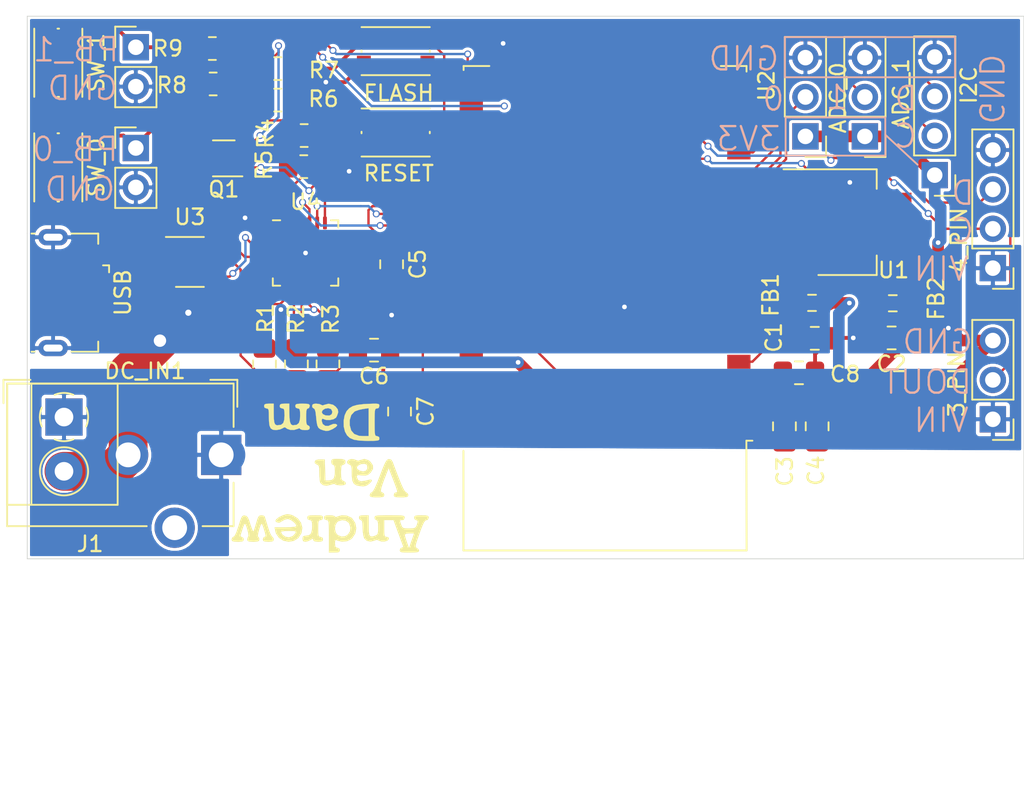
<source format=kicad_pcb>
(kicad_pcb (version 20171130) (host pcbnew "(5.1.8)-1")
  (layers (0 F.Cu signal) (31 B.Cu signal) (34 B.Paste user) (35 F.Paste user) (36 B.SilkS user) (37 F.SilkS user) (38 B.Mask user) (39 F.Mask user) (44 Edge.Cuts user))
  (net 0 "")
  (net 1 GND)
  (net 2 WS281x)
  (net 3 VCC)
  (net 4 DATA)
  (net 5 CLK)
  (net 6 I2C_DATA)
  (net 7 I2C_CLK)
  (net 8 ADC0)
  (net 9 +3V3)
  (net 10 ADC1)
  (net 11 "Net-(C1-Pad1)")
  (net 12 "Net-(C5-Pad1)")
  (net 13 /ESP32_USB_auto_reset/CHIP_PU)
  (net 14 /ESP32_USB_auto_reset/GPIO0)
  (net 15 "Net-(FB2-Pad2)")
  (net 16 "Net-(J1-Pad3)")
  (net 17 "Net-(J2-Pad3)")
  (net 18 "Net-(J2-Pad4)")
  (net 19 +5V)
  (net 20 "Net-(J2-Pad2)")
  (net 21 "Net-(J3-Pad1)")
  (net 22 "Net-(J4-Pad1)")
  (net 23 "Net-(Q1-Pad6)")
  (net 24 /ESP32_USB_auto_reset/DTR)
  (net 25 "Net-(Q1-Pad2)")
  (net 26 "Net-(Q1-Pad5)")
  (net 27 "Net-(Q1-Pad3)")
  (net 28 /ESP32_USB_auto_reset/RTS)
  (net 29 "Net-(R1-Pad1)")
  (net 30 "Net-(R3-Pad1)")
  (net 31 "Net-(R8-Pad2)")
  (net 32 "Net-(R9-Pad2)")
  (net 33 "Net-(U2-Pad15)")
  (net 34 "Net-(U2-Pad16)")
  (net 35 "Net-(U2-Pad17)")
  (net 36 "Net-(U2-Pad18)")
  (net 37 "Net-(U2-Pad19)")
  (net 38 "Net-(U2-Pad20)")
  (net 39 "Net-(U2-Pad22)")
  (net 40 "Net-(U2-Pad23)")
  (net 41 "Net-(U2-Pad24)")
  (net 42 "Net-(U2-Pad6)")
  (net 43 "Net-(U2-Pad7)")
  (net 44 "Net-(U2-Pad8)")
  (net 45 "Net-(U2-Pad9)")
  (net 46 "Net-(U2-Pad10)")
  (net 47 "Net-(U2-Pad11)")
  (net 48 "Net-(U2-Pad14)")
  (net 49 ESP32_RX)
  (net 50 ESP32_TX)
  (net 51 "Net-(U2-Pad36)")
  (net 52 "Net-(U2-Pad35)")
  (net 53 "Net-(U2-Pad34)")
  (net 54 "Net-(U2-Pad33)")
  (net 55 "Net-(U2-Pad32)")
  (net 56 "Net-(U2-Pad31)")
  (net 57 "Net-(U2-Pad25)")
  (net 58 "Net-(U2-Pad39)")
  (net 59 "Net-(U2-Pad40)")
  (net 60 "Net-(U3-Pad6)")
  (net 61 "Net-(U3-Pad4)")
  (net 62 "Net-(U4-Pad24)")
  (net 63 "Net-(U4-Pad22)")
  (net 64 "Net-(U4-Pad18)")
  (net 65 "Net-(U4-Pad17)")
  (net 66 "Net-(U4-Pad15)")
  (net 67 "Net-(U4-Pad14)")
  (net 68 "Net-(U4-Pad13)")
  (net 69 "Net-(U4-Pad12)")
  (net 70 "Net-(U4-Pad11)")
  (net 71 "Net-(U4-Pad1)")
  (module Andrew_van_dam_logo:Andrew_van_dam_logo_12mm (layer F.Cu) (at 79.5274 -5.207 180)
    (fp_text reference G*** hide)
    (fp_text value LOGO hide)
  )
  (module Connector_PinHeader_2.54mm:PinHeader_1x04_P2.54mm_Vertical (layer F.Cu) (at 118.5 -24.75 180)
    (fp_text reference I2C (at -2.2008 5.8062 90) (layer F.SilkS))
    (fp_text value Conn_01x04_Male)
    (pad 4 thru_hole oval (at 0 7.62 180) (size 1.7 1.7) (drill 1) (layers *.Cu *.Mask) (net 1 GND))
    (pad 3 thru_hole oval (at 0 5.08 180) (size 1.7 1.7) (drill 1) (layers *.Cu *.Mask) (net 6 I2C_DATA))
    (pad 2 thru_hole oval (at 0 2.54 180) (size 1.7 1.7) (drill 1) (layers *.Cu *.Mask) (net 7 I2C_CLK))
    (pad 1 thru_hole rect (at 0 0 180) (size 1.7 1.7) (drill 1) (layers *.Cu *.Mask) (net 9 +3V3))
  )
  (module Connector_PinHeader_2.54mm:PinHeader_1x03_P2.54mm_Vertical (layer F.Cu) (at 114 -27.25 180)
    (fp_text reference ADC_1 (at -2.332 2.7474 90) (layer F.SilkS))
    (fp_text value Conn_01x03_Male)
    (pad 3 thru_hole oval (at 0 5.08 180) (size 1.7 1.7) (drill 1) (layers *.Cu *.Mask) (net 1 GND))
    (pad 2 thru_hole oval (at 0 2.54 180) (size 1.7 1.7) (drill 1) (layers *.Cu *.Mask) (net 10 ADC1))
    (pad 1 thru_hole rect (at 0 0 180) (size 1.7 1.7) (drill 1) (layers *.Cu *.Mask) (net 9 +3V3))
  )
  (module Connector_PinHeader_2.54mm:PinHeader_1x03_P2.54mm_Vertical (layer F.Cu) (at 110.1672 -27.25 180)
    (fp_text reference ADC_0 (at -2.1008 2.4934 90) (layer F.SilkS))
    (fp_text value Conn_01x03_Male)
    (pad 3 thru_hole oval (at 0 5.08 180) (size 1.7 1.7) (drill 1) (layers *.Cu *.Mask) (net 1 GND))
    (pad 2 thru_hole oval (at 0 2.54 180) (size 1.7 1.7) (drill 1) (layers *.Cu *.Mask) (net 8 ADC0))
    (pad 1 thru_hole rect (at 0 0 180) (size 1.7 1.7) (drill 1) (layers *.Cu *.Mask) (net 9 +3V3))
  )
  (module Connector_PinHeader_2.54mm:PinHeader_1x04_P2.54mm_Vertical (layer F.Cu) (at 122.25 -18.75 180)
    (fp_text reference 4_PIN (at 2.1842 1.7986 90) (layer F.SilkS))
    (fp_text value Conn_01x04_Male)
    (pad 4 thru_hole oval (at 0 7.62 180) (size 1.7 1.7) (drill 1) (layers *.Cu *.Mask) (net 1 GND))
    (pad 3 thru_hole oval (at 0 5.08 180) (size 1.7 1.7) (drill 1) (layers *.Cu *.Mask) (net 4 DATA))
    (pad 2 thru_hole oval (at 0 2.54 180) (size 1.7 1.7) (drill 1) (layers *.Cu *.Mask) (net 5 CLK))
    (pad 1 thru_hole rect (at 0 0 180) (size 1.7 1.7) (drill 1) (layers *.Cu *.Mask) (net 3 VCC))
  )
  (module Connector_PinHeader_2.54mm:PinHeader_1x03_P2.54mm_Vertical (layer F.Cu) (at 122.25 -9 180)
    (fp_text reference 3_PIN (at 2.3366 2.2776 90) (layer F.SilkS))
    (fp_text value Conn_01x03_Male)
    (pad 3 thru_hole oval (at 0 5.08 180) (size 1.7 1.7) (drill 1) (layers *.Cu *.Mask) (net 1 GND))
    (pad 2 thru_hole oval (at 0 2.54 180) (size 1.7 1.7) (drill 1) (layers *.Cu *.Mask) (net 2 WS281x))
    (pad 1 thru_hole rect (at 0 0 180) (size 1.7 1.7) (drill 1) (layers *.Cu *.Mask) (net 3 VCC))
  )
  (module Button_Switch_SMD:SW_Push_1P1T_NO_CK_KMR2 (layer F.Cu) (at 62 -25.25 270)
    (fp_text reference SW_0 (at 0 -2.45 270) (layer F.SilkS))
    (fp_text value SW_Push)
    (pad 2 smd rect (at 2.05 0.8 270) (size 0.9 1) (layers F.Cu F.Paste F.Mask) (net 1 GND))
    (pad 1 smd rect (at 2.05 -0.8 270) (size 0.9 1) (layers F.Cu F.Paste F.Mask) (net 21 "Net-(J3-Pad1)"))
    (pad 2 smd rect (at -2.05 0.8 270) (size 0.9 1) (layers F.Cu F.Paste F.Mask) (net 1 GND))
    (pad 1 smd rect (at -2.05 -0.8 270) (size 0.9 1) (layers F.Cu F.Paste F.Mask) (net 21 "Net-(J3-Pad1)"))
  )
  (module Package_DFN_QFN:QFN-24-1EP_4x4mm_P0.5mm_EP2.6x2.6mm (layer F.Cu) (at 77.9406 -19.7287)
    (fp_text reference U4 (at 0 -3.3) (layer F.SilkS))
    (fp_text value CP2104)
    (pad 25 smd rect (at 0 0) (size 2.6 2.6) (layers F.Cu F.Mask) (net 1 GND))
    (pad 24 smd roundrect (at -1.25 -1.9375) (size 0.25 0.825) (layers F.Cu F.Paste F.Mask) (net 62 "Net-(U4-Pad24)"))
    (pad 23 smd roundrect (at -0.75 -1.9375) (size 0.25 0.825) (layers F.Cu F.Paste F.Mask) (net 24 /ESP32_USB_auto_reset/DTR))
    (pad 22 smd roundrect (at -0.25 -1.9375) (size 0.25 0.825) (layers F.Cu F.Paste F.Mask) (net 63 "Net-(U4-Pad22)"))
    (pad 21 smd roundrect (at 0.25 -1.9375) (size 0.25 0.825) (layers F.Cu F.Paste F.Mask) (net 49 ESP32_RX))
    (pad 20 smd roundrect (at 0.75 -1.9375) (size 0.25 0.825) (layers F.Cu F.Paste F.Mask) (net 50 ESP32_TX))
    (pad 19 smd roundrect (at 1.25 -1.9375) (size 0.25 0.825) (layers F.Cu F.Paste F.Mask) (net 28 /ESP32_USB_auto_reset/RTS))
    (pad 18 smd roundrect (at 1.9375 -1.25) (size 0.825 0.25) (layers F.Cu F.Paste F.Mask) (net 64 "Net-(U4-Pad18)"))
    (pad 17 smd roundrect (at 1.9375 -0.75) (size 0.825 0.25) (layers F.Cu F.Paste F.Mask) (net 65 "Net-(U4-Pad17)"))
    (pad 16 smd roundrect (at 1.9375 -0.25) (size 0.825 0.25) (layers F.Cu F.Paste F.Mask) (net 12 "Net-(C5-Pad1)"))
    (pad 15 smd roundrect (at 1.9375 0.25) (size 0.825 0.25) (layers F.Cu F.Paste F.Mask) (net 66 "Net-(U4-Pad15)"))
    (pad 14 smd roundrect (at 1.9375 0.75) (size 0.825 0.25) (layers F.Cu F.Paste F.Mask) (net 67 "Net-(U4-Pad14)"))
    (pad 13 smd roundrect (at 1.9375 1.25) (size 0.825 0.25) (layers F.Cu F.Paste F.Mask) (net 68 "Net-(U4-Pad13)"))
    (pad 12 smd roundrect (at 1.25 1.9375) (size 0.25 0.825) (layers F.Cu F.Paste F.Mask) (net 69 "Net-(U4-Pad12)"))
    (pad 11 smd roundrect (at 0.75 1.9375) (size 0.25 0.825) (layers F.Cu F.Paste F.Mask) (net 70 "Net-(U4-Pad11)"))
    (pad 10 smd roundrect (at 0.25 1.9375) (size 0.25 0.825) (layers F.Cu F.Paste F.Mask) (net 9 +3V3))
    (pad 9 smd roundrect (at -0.25 1.9375) (size 0.25 0.825) (layers F.Cu F.Paste F.Mask) (net 30 "Net-(R3-Pad1)"))
    (pad 8 smd roundrect (at -0.75 1.9375) (size 0.25 0.825) (layers F.Cu F.Paste F.Mask) (net 29 "Net-(R1-Pad1)"))
    (pad 7 smd roundrect (at -1.25 1.9375) (size 0.25 0.825) (layers F.Cu F.Paste F.Mask) (net 9 +3V3))
    (pad 6 smd roundrect (at -1.9375 1.25) (size 0.825 0.25) (layers F.Cu F.Paste F.Mask) (net 9 +3V3))
    (pad 5 smd roundrect (at -1.9375 0.75) (size 0.825 0.25) (layers F.Cu F.Paste F.Mask) (net 9 +3V3))
    (pad 4 smd roundrect (at -1.9375 0.25) (size 0.825 0.25) (layers F.Cu F.Paste F.Mask) (net 60 "Net-(U3-Pad6)"))
    (pad 3 smd roundrect (at -1.9375 -0.25) (size 0.825 0.25) (layers F.Cu F.Paste F.Mask) (net 61 "Net-(U3-Pad4)"))
    (pad 2 smd roundrect (at -1.9375 -0.75) (size 0.825 0.25) (layers F.Cu F.Paste F.Mask) (net 1 GND))
    (pad 1 smd roundrect (at -1.9375 -1.25) (size 0.825 0.25) (layers F.Cu F.Paste F.Mask) (net 71 "Net-(U4-Pad1)"))
  )
  (module Package_TO_SOT_SMD:SOT-23-6 (layer F.Cu) (at 70.485 -19.1516)
    (fp_text reference U3 (at 0 -2.9) (layer F.SilkS))
    (fp_text value WE-TVS-82400102)
    (pad 5 smd rect (at 1.1 0) (size 1.06 0.65) (layers F.Cu F.Paste F.Mask) (net 19 +5V))
    (pad 6 smd rect (at 1.1 -0.95) (size 1.06 0.65) (layers F.Cu F.Paste F.Mask) (net 60 "Net-(U3-Pad6)"))
    (pad 4 smd rect (at 1.1 0.95) (size 1.06 0.65) (layers F.Cu F.Paste F.Mask) (net 61 "Net-(U3-Pad4)"))
    (pad 3 smd rect (at -1.1 0.95) (size 1.06 0.65) (layers F.Cu F.Paste F.Mask) (net 17 "Net-(J2-Pad3)"))
    (pad 2 smd rect (at -1.1 0) (size 1.06 0.65) (layers F.Cu F.Paste F.Mask) (net 1 GND))
    (pad 1 smd rect (at -1.1 -0.95) (size 1.06 0.65) (layers F.Cu F.Paste F.Mask) (net 20 "Net-(J2-Pad2)"))
  )
  (module RF_Module:ESP32-S2-WROVER (layer F.Cu) (at 97.25 -19.9898 180)
    (fp_text reference U2 (at -10.41 10.53 90) (layer F.SilkS))
    (fp_text value ESP32-S2-WROVER)
    (pad 1 smd rect (at -8.625 -11.775 180) (size 1.5 0.9) (layers F.Cu F.Paste F.Mask) (net 1 GND))
    (pad 15 smd rect (at -8.625 9.225) (size 1.5 0.9) (layers F.Cu F.Paste F.Mask) (net 33 "Net-(U2-Pad15)"))
    (pad 16 smd rect (at -8.625 10.725) (size 1.5 0.9) (layers F.Cu F.Paste F.Mask) (net 34 "Net-(U2-Pad16)"))
    (pad 17 smd rect (at -6.75 11.475 180) (size 0.9 1.5) (layers F.Cu F.Paste F.Mask) (net 35 "Net-(U2-Pad17)"))
    (pad 18 smd rect (at -5.25 11.475 180) (size 0.9 1.5) (layers F.Cu F.Paste F.Mask) (net 36 "Net-(U2-Pad18)"))
    (pad 19 smd rect (at -3.75 11.475 180) (size 0.9 1.5) (layers F.Cu F.Paste F.Mask) (net 37 "Net-(U2-Pad19)"))
    (pad 20 smd rect (at -2.25 11.475 180) (size 0.9 1.5) (layers F.Cu F.Paste F.Mask) (net 38 "Net-(U2-Pad20)"))
    (pad 21 smd rect (at -0.75 11.475 180) (size 0.9 1.5) (layers F.Cu F.Paste F.Mask) (net 2 WS281x))
    (pad 22 smd rect (at 0.75 11.475 180) (size 0.9 1.5) (layers F.Cu F.Paste F.Mask) (net 39 "Net-(U2-Pad22)"))
    (pad 23 smd rect (at 2.25 11.475 180) (size 0.9 1.5) (layers F.Cu F.Paste F.Mask) (net 40 "Net-(U2-Pad23)"))
    (pad 24 smd rect (at 3.75 11.475 180) (size 0.9 1.5) (layers F.Cu F.Paste F.Mask) (net 41 "Net-(U2-Pad24)"))
    (pad 2 smd rect (at -8.625 -10.275 180) (size 1.5 0.9) (layers F.Cu F.Paste F.Mask) (net 9 +3V3))
    (pad 3 smd rect (at -8.625 -8.775 180) (size 1.5 0.9) (layers F.Cu F.Paste F.Mask) (net 14 /ESP32_USB_auto_reset/GPIO0))
    (pad 4 smd rect (at -8.625 -7.275 180) (size 1.5 0.9) (layers F.Cu F.Paste F.Mask) (net 8 ADC0))
    (pad 5 smd rect (at -8.625 -5.775 180) (size 1.5 0.9) (layers F.Cu F.Paste F.Mask) (net 10 ADC1))
    (pad 6 smd rect (at -8.625 -4.275 180) (size 1.5 0.9) (layers F.Cu F.Paste F.Mask) (net 42 "Net-(U2-Pad6)"))
    (pad 7 smd rect (at -8.625 -2.775 180) (size 1.5 0.9) (layers F.Cu F.Paste F.Mask) (net 43 "Net-(U2-Pad7)"))
    (pad 8 smd rect (at -8.625 -1.275 180) (size 1.5 0.9) (layers F.Cu F.Paste F.Mask) (net 44 "Net-(U2-Pad8)"))
    (pad 9 smd rect (at -8.625 0.225 180) (size 1.5 0.9) (layers F.Cu F.Paste F.Mask) (net 45 "Net-(U2-Pad9)"))
    (pad 10 smd rect (at -8.625 1.725 180) (size 1.5 0.9) (layers F.Cu F.Paste F.Mask) (net 46 "Net-(U2-Pad10)"))
    (pad 11 smd rect (at -8.625 3.225 180) (size 1.5 0.9) (layers F.Cu F.Paste F.Mask) (net 47 "Net-(U2-Pad11)"))
    (pad 12 smd rect (at -8.625 4.725 180) (size 1.5 0.9) (layers F.Cu F.Paste F.Mask) (net 7 I2C_CLK))
    (pad 13 smd rect (at -8.625 6.225 180) (size 1.5 0.9) (layers F.Cu F.Paste F.Mask) (net 6 I2C_DATA))
    (pad 14 smd rect (at -8.625 7.725 180) (size 1.5 0.9) (layers F.Cu F.Paste F.Mask) (net 48 "Net-(U2-Pad14)"))
    (pad 38 smd rect (at 8.625 -5.675 180) (size 1.5 0.9) (layers F.Cu F.Paste F.Mask) (net 49 ESP32_RX))
    (pad 37 smd rect (at 8.625 -4.175 180) (size 1.5 0.9) (layers F.Cu F.Paste F.Mask) (net 50 ESP32_TX))
    (pad 36 smd rect (at 8.625 -2.675 180) (size 1.5 0.9) (layers F.Cu F.Paste F.Mask) (net 51 "Net-(U2-Pad36)"))
    (pad 35 smd rect (at 8.625 -1.175 180) (size 1.5 0.9) (layers F.Cu F.Paste F.Mask) (net 52 "Net-(U2-Pad35)"))
    (pad 34 smd rect (at 8.625 0.325 180) (size 1.5 0.9) (layers F.Cu F.Paste F.Mask) (net 53 "Net-(U2-Pad34)"))
    (pad 33 smd rect (at 8.625 1.825 180) (size 1.5 0.9) (layers F.Cu F.Paste F.Mask) (net 54 "Net-(U2-Pad33)"))
    (pad 32 smd rect (at 8.625 3.325 180) (size 1.5 0.9) (layers F.Cu F.Paste F.Mask) (net 55 "Net-(U2-Pad32)"))
    (pad 31 smd rect (at 8.625 4.825 180) (size 1.5 0.9) (layers F.Cu F.Paste F.Mask) (net 56 "Net-(U2-Pad31)"))
    (pad 30 smd rect (at 8.625 6.325 180) (size 1.5 0.9) (layers F.Cu F.Paste F.Mask) (net 5 CLK))
    (pad 29 smd rect (at 8.625 7.825 180) (size 1.5 0.9) (layers F.Cu F.Paste F.Mask) (net 4 DATA))
    (pad 28 smd rect (at 8.625 9.325 180) (size 1.5 0.9) (layers F.Cu F.Paste F.Mask) (net 31 "Net-(R8-Pad2)"))
    (pad 27 smd rect (at 8.625 10.825 180) (size 1.5 0.9) (layers F.Cu F.Paste F.Mask) (net 32 "Net-(R9-Pad2)"))
    (pad 26 smd rect (at 6.75 11.475 180) (size 0.9 1.5) (layers F.Cu F.Paste F.Mask) (net 1 GND))
    (pad 25 smd rect (at 5.25 11.475 180) (size 0.9 1.5) (layers F.Cu F.Paste F.Mask) (net 57 "Net-(U2-Pad25)"))
    (pad 39 smd rect (at 8.625 -7.175 180) (size 1.5 0.9) (layers F.Cu F.Paste F.Mask) (net 58 "Net-(U2-Pad39)"))
    (pad 40 smd rect (at 8.625 -8.775 180) (size 1.5 0.9) (layers F.Cu F.Paste F.Mask) (net 59 "Net-(U2-Pad40)"))
    (pad 41 smd rect (at 8.625 -10.275 180) (size 1.5 0.9) (layers F.Cu F.Paste F.Mask) (net 13 /ESP32_USB_auto_reset/CHIP_PU))
    (pad 42 smd rect (at 8.625 -11.675 180) (size 1.5 0.9) (layers F.Cu F.Paste F.Mask) (net 1 GND))
    (pad 43 smd rect (at -1.19 -3.735 180) (size 4.1 4.1) (layers F.Cu F.Paste F.Mask) (net 1 GND))
  )
  (module Package_TO_SOT_SMD:SOT-223-3_TabPin2 (layer F.Cu) (at 112.8522 -21.717)
    (fp_text reference U1 (at 2.9972 3.0988) (layer F.SilkS))
    (fp_text value LM1117-3.3)
    (pad 1 smd rect (at -3.15 -2.3) (size 2 1.5) (layers F.Cu F.Paste F.Mask) (net 1 GND))
    (pad 3 smd rect (at -3.15 2.3) (size 2 1.5) (layers F.Cu F.Paste F.Mask) (net 11 "Net-(C1-Pad1)"))
    (pad 2 smd rect (at -3.15 0) (size 2 1.5) (layers F.Cu F.Paste F.Mask) (net 15 "Net-(FB2-Pad2)"))
    (pad 2 smd rect (at 3.15 0) (size 2 3.8) (layers F.Cu F.Paste F.Mask) (net 15 "Net-(FB2-Pad2)"))
  )
  (module Button_Switch_SMD:SW_Push_1P1T_NO_CK_KMR2 (layer F.Cu) (at 62 -32 270)
    (fp_text reference SW_1 (at 0 -2.45 90) (layer F.SilkS))
    (fp_text value SW_Push)
    (pad 2 smd rect (at 2.05 0.8 270) (size 0.9 1) (layers F.Cu F.Paste F.Mask) (net 1 GND))
    (pad 1 smd rect (at 2.05 -0.8 270) (size 0.9 1) (layers F.Cu F.Paste F.Mask) (net 22 "Net-(J4-Pad1)"))
    (pad 2 smd rect (at -2.05 0.8 270) (size 0.9 1) (layers F.Cu F.Paste F.Mask) (net 1 GND))
    (pad 1 smd rect (at -2.05 -0.8 270) (size 0.9 1) (layers F.Cu F.Paste F.Mask) (net 22 "Net-(J4-Pad1)"))
  )
  (module Button_Switch_SMD:SW_Push_1P1T_NO_CK_KMR2 (layer F.Cu) (at 83.75 -27.5)
    (fp_text reference RESET (at 0.197 2.6334) (layer F.SilkS))
    (fp_text value SW_Push)
    (pad 2 smd rect (at 2.05 0.8) (size 0.9 1) (layers F.Cu F.Paste F.Mask) (net 1 GND))
    (pad 1 smd rect (at 2.05 -0.8) (size 0.9 1) (layers F.Cu F.Paste F.Mask) (net 13 /ESP32_USB_auto_reset/CHIP_PU))
    (pad 2 smd rect (at -2.05 0.8) (size 0.9 1) (layers F.Cu F.Paste F.Mask) (net 1 GND))
    (pad 1 smd rect (at -2.05 -0.8) (size 0.9 1) (layers F.Cu F.Paste F.Mask) (net 13 /ESP32_USB_auto_reset/CHIP_PU))
  )
  (module Resistor_SMD:R_0805_2012Metric_Pad1.20x1.40mm_HandSolder (layer F.Cu) (at 71.9328 -32.9184)
    (fp_text reference R9 (at -2.8702 0) (layer F.SilkS))
    (fp_text value 1K)
    (pad 2 smd roundrect (at 1 0) (size 1.2 1.4) (layers F.Cu F.Paste F.Mask) (roundrect_rratio 0.208333) (net 32 "Net-(R9-Pad2)"))
    (pad 1 smd roundrect (at -1 0) (size 1.2 1.4) (layers F.Cu F.Paste F.Mask) (roundrect_rratio 0.208333) (net 22 "Net-(J4-Pad1)"))
  )
  (module Resistor_SMD:R_0805_2012Metric_Pad1.20x1.40mm_HandSolder (layer F.Cu) (at 71.9836 -30.6324)
    (fp_text reference R8 (at -2.667 0.0762) (layer F.SilkS))
    (fp_text value 1K)
    (pad 2 smd roundrect (at 1 0) (size 1.2 1.4) (layers F.Cu F.Paste F.Mask) (roundrect_rratio 0.208333) (net 31 "Net-(R8-Pad2)"))
    (pad 1 smd roundrect (at -1 0) (size 1.2 1.4) (layers F.Cu F.Paste F.Mask) (roundrect_rratio 0.208333) (net 21 "Net-(J3-Pad1)"))
  )
  (module Resistor_SMD:R_0805_2012Metric_Pad1.20x1.40mm_HandSolder (layer F.Cu) (at 76.1492 -31.623 180)
    (fp_text reference R7 (at -2.9718 -0.1016) (layer F.SilkS))
    (fp_text value 0)
    (pad 2 smd roundrect (at 1 0 180) (size 1.2 1.4) (layers F.Cu F.Paste F.Mask) (roundrect_rratio 0.208333) (net 27 "Net-(Q1-Pad3)"))
    (pad 1 smd roundrect (at -1 0 180) (size 1.2 1.4) (layers F.Cu F.Paste F.Mask) (roundrect_rratio 0.208333) (net 14 /ESP32_USB_auto_reset/GPIO0))
  )
  (module Resistor_SMD:R_0805_2012Metric_Pad1.20x1.40mm_HandSolder (layer F.Cu) (at 76.1492 -29.591 180)
    (fp_text reference R6 (at -2.9464 0.0762) (layer F.SilkS))
    (fp_text value 0)
    (pad 2 smd roundrect (at 1 0 180) (size 1.2 1.4) (layers F.Cu F.Paste F.Mask) (roundrect_rratio 0.208333) (net 23 "Net-(Q1-Pad6)"))
    (pad 1 smd roundrect (at -1 0 180) (size 1.2 1.4) (layers F.Cu F.Paste F.Mask) (roundrect_rratio 0.208333) (net 13 /ESP32_USB_auto_reset/CHIP_PU))
  )
  (module Resistor_SMD:R_0805_2012Metric_Pad1.20x1.40mm_HandSolder (layer F.Cu) (at 77.8256 -25.2984)
    (fp_text reference R5 (at -2.5654 -0.1016 270) (layer F.SilkS))
    (fp_text value 10K)
    (pad 2 smd roundrect (at 1 0) (size 1.2 1.4) (layers F.Cu F.Paste F.Mask) (roundrect_rratio 0.208333) (net 28 /ESP32_USB_auto_reset/RTS))
    (pad 1 smd roundrect (at -1 0) (size 1.2 1.4) (layers F.Cu F.Paste F.Mask) (roundrect_rratio 0.208333) (net 26 "Net-(Q1-Pad5)"))
  )
  (module Resistor_SMD:R_0805_2012Metric_Pad1.20x1.40mm_HandSolder (layer F.Cu) (at 77.851 -27.305)
    (fp_text reference R4 (at -2.4892 -0.127 270) (layer F.SilkS))
    (fp_text value 10K)
    (pad 2 smd roundrect (at 1 0) (size 1.2 1.4) (layers F.Cu F.Paste F.Mask) (roundrect_rratio 0.208333) (net 24 /ESP32_USB_auto_reset/DTR))
    (pad 1 smd roundrect (at -1 0) (size 1.2 1.4) (layers F.Cu F.Paste F.Mask) (roundrect_rratio 0.208333) (net 25 "Net-(Q1-Pad2)"))
  )
  (module Resistor_SMD:R_0805_2012Metric_Pad1.20x1.40mm_HandSolder (layer F.Cu) (at 79.3844 -12.573 270)
    (fp_text reference R3 (at -2.8956 -0.1778 270) (layer F.SilkS))
    (fp_text value 1K)
    (pad 2 smd roundrect (at 1 0 270) (size 1.2 1.4) (layers F.Cu F.Paste F.Mask) (roundrect_rratio 0.208333) (net 9 +3V3))
    (pad 1 smd roundrect (at -1 0 270) (size 1.2 1.4) (layers F.Cu F.Paste F.Mask) (roundrect_rratio 0.208333) (net 30 "Net-(R3-Pad1)"))
  )
  (module Resistor_SMD:R_0805_2012Metric_Pad1.20x1.40mm_HandSolder (layer F.Cu) (at 77.3524 -12.573 270)
    (fp_text reference R2 (at -2.8956 0.0254 90) (layer F.SilkS))
    (fp_text value 47K)
    (pad 2 smd roundrect (at 1 0 270) (size 1.2 1.4) (layers F.Cu F.Paste F.Mask) (roundrect_rratio 0.208333) (net 1 GND))
    (pad 1 smd roundrect (at -1 0 270) (size 1.2 1.4) (layers F.Cu F.Paste F.Mask) (roundrect_rratio 0.208333) (net 29 "Net-(R1-Pad1)"))
  )
  (module Resistor_SMD:R_0805_2012Metric_Pad1.20x1.40mm_HandSolder (layer F.Cu) (at 75.295 -12.573 270)
    (fp_text reference R1 (at -2.9464 -0.0762 90) (layer F.SilkS))
    (fp_text value 24K)
    (pad 2 smd roundrect (at 1 0 270) (size 1.2 1.4) (layers F.Cu F.Paste F.Mask) (roundrect_rratio 0.208333) (net 19 +5V))
    (pad 1 smd roundrect (at -1 0 270) (size 1.2 1.4) (layers F.Cu F.Paste F.Mask) (roundrect_rratio 0.208333) (net 29 "Net-(R1-Pad1)"))
  )
  (module Package_TO_SOT_SMD:SOT-363_SC-70-6 (layer F.Cu) (at 72.6694 -25.8318 180)
    (fp_text reference Q1 (at 0 -2) (layer F.SilkS))
    (fp_text value MBT3904DW1)
    (pad 6 smd rect (at 0.95 -0.65 180) (size 0.65 0.4) (layers F.Cu F.Paste F.Mask) (net 23 "Net-(Q1-Pad6)"))
    (pad 4 smd rect (at 0.95 0.65 180) (size 0.65 0.4) (layers F.Cu F.Paste F.Mask) (net 24 /ESP32_USB_auto_reset/DTR))
    (pad 2 smd rect (at -0.95 0 180) (size 0.65 0.4) (layers F.Cu F.Paste F.Mask) (net 25 "Net-(Q1-Pad2)"))
    (pad 5 smd rect (at 0.95 0 180) (size 0.65 0.4) (layers F.Cu F.Paste F.Mask) (net 26 "Net-(Q1-Pad5)"))
    (pad 3 smd rect (at -0.95 0.65 180) (size 0.65 0.4) (layers F.Cu F.Paste F.Mask) (net 27 "Net-(Q1-Pad3)"))
    (pad 1 smd rect (at -0.95 -0.65 180) (size 0.65 0.4) (layers F.Cu F.Paste F.Mask) (net 28 /ESP32_USB_auto_reset/RTS))
  )
  (module Connector_PinHeader_2.54mm:PinHeader_1x02_P2.54mm_Vertical (layer F.Cu) (at 67 -33)
    (fp_text reference J4 hide)
    (fp_text value Conn_01x02_Male)
    (pad 2 thru_hole oval (at 0 2.54) (size 1.7 1.7) (drill 1) (layers *.Cu *.Mask) (net 1 GND))
    (pad 1 thru_hole rect (at 0 0) (size 1.7 1.7) (drill 1) (layers *.Cu *.Mask) (net 22 "Net-(J4-Pad1)"))
  )
  (module Connector_PinHeader_2.54mm:PinHeader_1x02_P2.54mm_Vertical (layer F.Cu) (at 67 -26.5)
    (fp_text reference J3 hide)
    (fp_text value Conn_01x02_Male)
    (pad 2 thru_hole oval (at 0 2.54) (size 1.7 1.7) (drill 1) (layers *.Cu *.Mask) (net 1 GND))
    (pad 1 thru_hole rect (at 0 0) (size 1.7 1.7) (drill 1) (layers *.Cu *.Mask) (net 21 "Net-(J3-Pad1)"))
  )
  (module Connector_USB:USB_Micro-B_GCT_USB3076-30-A (layer F.Cu) (at 62.865 -17.1704 270)
    (fp_text reference USB (at 0 -3.3 90) (layer F.SilkS))
    (fp_text value USB_B_Micro)
    (pad 6 smd rect (at -2.32 -1.03 270) (size 1.15 1.45) (layers F.Cu F.Paste F.Mask) (net 1 GND))
    (pad 6 smd rect (at 2.32 -1.03 270) (size 1.15 1.45) (layers F.Cu F.Paste F.Mask) (net 1 GND))
    (pad 6 thru_hole oval (at 3.575 1.2 270) (size 1.05 1.9) (drill oval 0.45 1.25) (layers *.Cu *.Mask) (net 1 GND))
    (pad 6 thru_hole oval (at -3.575 1.2 90) (size 1.05 1.9) (drill oval 0.45 1.25) (layers *.Cu *.Mask) (net 1 GND))
    (pad 6 smd rect (at -1.125 1.2 270) (size 1.75 1.9) (layers F.Cu F.Paste F.Mask) (net 1 GND))
    (pad 3 smd rect (at 0 -1.45 270) (size 0.4 1.4) (layers F.Cu F.Paste F.Mask) (net 17 "Net-(J2-Pad3)"))
    (pad 4 smd rect (at 0.65 -1.45 270) (size 0.4 1.4) (layers F.Cu F.Paste F.Mask) (net 18 "Net-(J2-Pad4)"))
    (pad 5 smd rect (at 1.3 -1.45 270) (size 0.4 1.4) (layers F.Cu F.Paste F.Mask) (net 1 GND))
    (pad 1 smd rect (at -1.3 -1.45 270) (size 0.4 1.4) (layers F.Cu F.Paste F.Mask) (net 19 +5V))
    (pad 2 smd rect (at -0.65 -1.45 270) (size 0.4 1.4) (layers F.Cu F.Paste F.Mask) (net 20 "Net-(J2-Pad2)"))
    (pad 6 smd rect (at 1.125 1.2 270) (size 1.75 1.9) (layers F.Cu F.Paste F.Mask) (net 1 GND))
  )
  (module Connector_BarrelJack:BarrelJack_CUI_PJ-102AH_Horizontal (layer F.Cu) (at 72.5024 -6.7056 270)
    (fp_text reference J1 (at 5.75 8.45) (layer F.SilkS))
    (fp_text value Barrel_Jack_Switch)
    (pad 3 thru_hole circle (at 4.7 3 270) (size 2.6 2.6) (drill 1.6) (layers *.Cu *.Mask) (net 16 "Net-(J1-Pad3)"))
    (pad 2 thru_hole circle (at 0 6 270) (size 2.6 2.6) (drill 1.6) (layers *.Cu *.Mask) (net 1 GND))
    (pad 1 thru_hole rect (at 0 0 270) (size 2.6 2.6) (drill 1.6) (layers *.Cu *.Mask) (net 3 VCC))
  )
  (module Button_Switch_SMD:SW_Push_1P1T_NO_CK_KMR2 (layer F.Cu) (at 83.75 -32.75)
    (fp_text reference FLASH (at 0.197 2.7018) (layer F.SilkS))
    (fp_text value SW_Push)
    (pad 2 smd rect (at 2.05 0.8) (size 0.9 1) (layers F.Cu F.Paste F.Mask) (net 1 GND))
    (pad 1 smd rect (at 2.05 -0.8) (size 0.9 1) (layers F.Cu F.Paste F.Mask) (net 14 /ESP32_USB_auto_reset/GPIO0))
    (pad 2 smd rect (at -2.05 0.8) (size 0.9 1) (layers F.Cu F.Paste F.Mask) (net 1 GND))
    (pad 1 smd rect (at -2.05 -0.8) (size 0.9 1) (layers F.Cu F.Paste F.Mask) (net 14 /ESP32_USB_auto_reset/GPIO0))
  )
  (module Resistor_SMD:R_0603_1608Metric_Pad0.98x0.95mm_HandSolder (layer F.Cu) (at 115.7986 -16.4846 180)
    (fp_text reference FB2 (at -2.794 0.3048 90) (layer F.SilkS))
    (fp_text value Ferrite_Bead_Small)
    (pad 2 smd roundrect (at 0.9125 0 180) (size 0.975 0.95) (layers F.Cu F.Paste F.Mask) (net 15 "Net-(FB2-Pad2)"))
    (pad 1 smd roundrect (at -0.9125 0 180) (size 0.975 0.95) (layers F.Cu F.Paste F.Mask) (net 9 +3V3))
  )
  (module Resistor_SMD:R_0603_1608Metric_Pad0.98x0.95mm_HandSolder (layer F.Cu) (at 110.5916 -16.51)
    (fp_text reference FB1 (at -2.667 -0.508 90) (layer F.SilkS))
    (fp_text value Ferrite_Bead_Small)
    (pad 2 smd roundrect (at 0.9125 0) (size 0.975 0.95) (layers F.Cu F.Paste F.Mask) (net 3 VCC))
    (pad 1 smd roundrect (at -0.9125 0) (size 0.975 0.95) (layers F.Cu F.Paste F.Mask) (net 11 "Net-(C1-Pad1)"))
  )
  (module TerminalBlock_4Ucon:TerminalBlock_4Ucon_1x02_P3.50mm_Horizontal (layer F.Cu) (at 62.3678 -9.144 270)
    (fp_text reference DC_IN1 (at -2.9718 -5.2216) (layer F.SilkS))
    (fp_text value Screw_Terminal_01x02)
    (pad 2 thru_hole circle (at 3.5 0 270) (size 2.4 2.4) (drill 1.2) (layers *.Cu *.Mask) (net 1 GND))
    (pad 1 thru_hole rect (at 0 0 270) (size 2.4 2.4) (drill 1.2) (layers *.Cu *.Mask) (net 3 VCC))
  )
  (module Capacitor_SMD:C_0805_2012Metric_Pad1.18x1.45mm_HandSolder (layer F.Cu) (at 109.75 -12 180)
    (fp_text reference C8 (at -2.9752 -0.0874) (layer F.SilkS))
    (fp_text value 0.1uF)
    (pad 2 smd roundrect (at 1.0375 0 180) (size 1.175 1.45) (layers F.Cu F.Paste F.Mask) (roundrect_rratio 0.212766) (net 14 /ESP32_USB_auto_reset/GPIO0))
    (pad 1 smd roundrect (at -1.0375 0 180) (size 1.175 1.45) (layers F.Cu F.Paste F.Mask) (roundrect_rratio 0.212766) (net 1 GND))
  )
  (module Capacitor_SMD:C_0805_2012Metric_Pad1.18x1.45mm_HandSolder (layer F.Cu) (at 84 -9.5 270)
    (fp_text reference C7 (at 0 -1.68 90) (layer F.SilkS))
    (fp_text value 0.1uF)
    (pad 2 smd roundrect (at 1.0375 0 270) (size 1.175 1.45) (layers F.Cu F.Paste F.Mask) (roundrect_rratio 0.212766) (net 1 GND))
    (pad 1 smd roundrect (at -1.0375 0 270) (size 1.175 1.45) (layers F.Cu F.Paste F.Mask) (roundrect_rratio 0.212766) (net 13 /ESP32_USB_auto_reset/CHIP_PU))
  )
  (module Capacitor_SMD:C_0805_2012Metric_Pad1.18x1.45mm_HandSolder (layer F.Cu) (at 82.3562 -13.462 180)
    (fp_text reference C6 (at 0 -1.68) (layer F.SilkS))
    (fp_text value C)
    (pad 2 smd roundrect (at 1.0375 0 180) (size 1.175 1.45) (layers F.Cu F.Paste F.Mask) (roundrect_rratio 0.212766) (net 9 +3V3))
    (pad 1 smd roundrect (at -1.0375 0 180) (size 1.175 1.45) (layers F.Cu F.Paste F.Mask) (roundrect_rratio 0.212766) (net 1 GND))
  )
  (module Capacitor_SMD:C_0805_2012Metric_Pad1.18x1.45mm_HandSolder (layer F.Cu) (at 83.4898 -18.9992 270)
    (fp_text reference C5 (at 0 -1.68 90) (layer F.SilkS))
    (fp_text value 1uF)
    (pad 2 smd roundrect (at 1.0375 0 270) (size 1.175 1.45) (layers F.Cu F.Paste F.Mask) (roundrect_rratio 0.212766) (net 1 GND))
    (pad 1 smd roundrect (at -1.0375 0 270) (size 1.175 1.45) (layers F.Cu F.Paste F.Mask) (roundrect_rratio 0.212766) (net 12 "Net-(C5-Pad1)"))
  )
  (module Capacitor_SMD:C_0805_2012Metric_Pad1.18x1.45mm_HandSolder (layer F.Cu) (at 110.9218 -8.5464 270)
    (fp_text reference C4 (at 2.8568 0.0762 90) (layer F.SilkS))
    (fp_text value 10uF)
    (pad 2 smd roundrect (at 1.0375 0 270) (size 1.175 1.45) (layers F.Cu F.Paste F.Mask) (roundrect_rratio 0.212766) (net 1 GND))
    (pad 1 smd roundrect (at -1.0375 0 270) (size 1.175 1.45) (layers F.Cu F.Paste F.Mask) (roundrect_rratio 0.212766) (net 9 +3V3))
  )
  (module Capacitor_SMD:C_0805_2012Metric_Pad1.18x1.45mm_HandSolder (layer F.Cu) (at 108.8136 -8.5464 270)
    (fp_text reference C3 (at 2.9076 -0.0254 90) (layer F.SilkS))
    (fp_text value 0.1uF)
    (pad 2 smd roundrect (at 1.0375 0 270) (size 1.175 1.45) (layers F.Cu F.Paste F.Mask) (roundrect_rratio 0.212766) (net 1 GND))
    (pad 1 smd roundrect (at -1.0375 0 270) (size 1.175 1.45) (layers F.Cu F.Paste F.Mask) (roundrect_rratio 0.212766) (net 9 +3V3))
  )
  (module Capacitor_SMD:C_0805_2012Metric_Pad1.18x1.45mm_HandSolder (layer F.Cu) (at 115.7224 -14.2494 180)
    (fp_text reference C2 (at 0 -1.68) (layer F.SilkS))
    (fp_text value 33uF)
    (pad 2 smd roundrect (at 1.0375 0 180) (size 1.175 1.45) (layers F.Cu F.Paste F.Mask) (roundrect_rratio 0.212766) (net 1 GND))
    (pad 1 smd roundrect (at -1.0375 0 180) (size 1.175 1.45) (layers F.Cu F.Paste F.Mask) (roundrect_rratio 0.212766) (net 9 +3V3))
  )
  (module Capacitor_SMD:C_0805_2012Metric_Pad1.18x1.45mm_HandSolder (layer F.Cu) (at 110.7694 -14.224)
    (fp_text reference C1 (at -2.6416 -0.0508 90) (layer F.SilkS))
    (fp_text value 10uF)
    (pad 2 smd roundrect (at 1.0375 0) (size 1.175 1.45) (layers F.Cu F.Paste F.Mask) (roundrect_rratio 0.212766) (net 1 GND))
    (pad 1 smd roundrect (at -1.0375 0) (size 1.175 1.45) (layers F.Cu F.Paste F.Mask) (roundrect_rratio 0.212766) (net 11 "Net-(C1-Pad1)"))
  )
  (gr_text PB_1 (at 63.1444 -32.8422) (layer B.SilkS) (effects (font (size 1.5 1.5)) (justify mirror)))
  (gr_text GND (at 63.5762 -30.353) (layer B.SilkS) (effects (font (size 1.5 1.5)) (justify mirror)))
  (gr_text PB_0 (at 63.0936 -26.416) (layer B.SilkS) (effects (font (size 1.5 1.5)) (justify mirror)))
  (gr_text GND (at 63.3984 -23.8506) (layer B.SilkS) (effects (font (size 1.5 1.5)) (justify mirror)))
  (gr_text D (at 116.6368 -29.6926) (layer B.SilkS) (effects (font (size 1.5 1.5)) (justify mirror)))
  (gr_text C (at 116.6114 -27.2796) (layer B.SilkS) (effects (font (size 1.5 1.5)) (justify mirror)))
  (gr_text D (at 120.3198 -23.5966) (layer B.SilkS) (effects (font (size 1.5 1.5)) (justify mirror)))
  (gr_text C (at 120.2944 -21.1836) (layer B.SilkS) (effects (font (size 1.5 1.5)) (justify mirror)))
  (gr_text "DOUT\n" (at 118.0084 -11.4046) (layer B.SilkS) (effects (font (size 1.5 1.5)) (justify mirror)))
  (gr_text "1\n" (at 112.1918 -29.7688) (layer B.SilkS) (effects (font (size 1.5 1.5)) (justify mirror)))
  (gr_text "0\n" (at 108.1024 -29.6672) (layer B.SilkS) (effects (font (size 1.5 1.5)) (justify mirror)))
  (gr_text "3V3\n" (at 106.5022 -27.1018) (layer B.SilkS) (effects (font (size 1.5 1.5)) (justify mirror)))
  (gr_text GND (at 106.1974 -32.258) (layer B.SilkS) (effects (font (size 1.5 1.5)) (justify mirror)))
  (gr_text "GND\n" (at 122.1232 -30.3022 270) (layer B.SilkS) (effects (font (size 1.5 1.5)) (justify mirror)))
  (gr_text GND (at 118.6942 -13.9954) (layer B.SilkS) (effects (font (size 1.5 1.5)) (justify mirror)))
  (gr_text VIN (at 118.9228 -18.6944) (layer B.SilkS) (effects (font (size 1.5 1.5)) (justify mirror)))
  (gr_text VIN (at 118.9228 -8.9408) (layer B.SilkS) (effects (font (size 1.5 1.5)) (justify mirror)))
  (gr_line (start 115.316 -33.655) (end 119.8118 -33.655) (layer B.SilkS) (width 0.12))
  (gr_line (start 119.8118 -31.0642) (end 119.8118 -33.7058) (layer B.SilkS) (width 0.12))
  (gr_line (start 115.316 -31.0642) (end 119.8118 -31.0642) (layer B.SilkS) (width 0.12))
  (gr_line (start 115.316 -27.3558) (end 117.3988 -25.4254) (layer B.SilkS) (width 0.12))
  (gr_line (start 115.316 -31.0642) (end 113.9952 -31.0642) (layer B.SilkS) (width 0.12))
  (gr_line (start 108.839 -33.655) (end 115.316 -33.655) (layer B.SilkS) (width 0.12))
  (gr_line (start 108.839 -31.0642) (end 108.839 -33.655) (layer B.SilkS) (width 0.12))
  (gr_line (start 113.9952 -31.0642) (end 108.839 -31.0642) (layer B.SilkS) (width 0.12))
  (gr_line (start 115.316 -28.4734) (end 113.919 -28.4734) (layer B.SilkS) (width 0.12))
  (gr_line (start 115.316 -26.0096) (end 115.316 -28.4734) (layer B.SilkS) (width 0.12))
  (gr_line (start 108.8898 -26.0096) (end 115.316 -26.0096) (layer B.SilkS) (width 0.12))
  (gr_line (start 108.8898 -28.4734) (end 108.8898 -26.0096) (layer B.SilkS) (width 0.12))
  (gr_line (start 113.919 -28.4734) (end 108.8898 -28.4734) (layer B.SilkS) (width 0.12))
  (gr_line (start 60 -21) (end 60 -35) (layer Edge.Cuts) (width 0.05))
  (gr_line (start 124.25 -35) (end 60 -35) (layer Edge.Cuts) (width 0.05))
  (gr_line (start 124.25 0) (end 124.25 -35) (layer Edge.Cuts) (width 0.05))
  (gr_line (start 60 0) (end 124.25 0) (layer Edge.Cuts) (width 0.05))
  (gr_line (start 60 -2) (end 60 0) (layer Edge.Cuts) (width 0.05))
  (gr_line (start 60 -21) (end 60 -2) (layer Edge.Cuts) (width 0.05))
  (via (at 70.3834 -15.875) (size 0.8) (drill 0.4) (layers F.Cu B.Cu) (net 1))
  (segment (start 70.165 -19.1516) (end 70.3834 -18.9332) (width 0.25) (layer F.Cu) (net 1))
  (segment (start 70.3834 -18.9332) (end 70.3834 -15.875) (width 0.25) (layer F.Cu) (net 1))
  (segment (start 69.385 -19.1516) (end 70.165 -19.1516) (width 0.25) (layer F.Cu) (net 1))
  (via (at 83.4898 -15.7226) (size 0.45) (drill 0.3) (layers F.Cu B.Cu) (net 1))
  (segment (start 83.4898 -15.5702) (end 83.4898 -15.7226) (width 0.1524) (layer F.Cu) (net 1))
  (segment (start 83.4898 -17.9617) (end 83.4898 -15.5702) (width 0.1524) (layer F.Cu) (net 1))
  (via (at 74.041 -21.9964) (size 0.45) (drill 0.3) (layers F.Cu B.Cu) (net 1))
  (segment (start 74.0729 -21.9964) (end 74.041 -21.9964) (width 0.1524) (layer F.Cu) (net 1))
  (segment (start 75.5906 -20.4787) (end 74.0729 -21.9964) (width 0.1524) (layer F.Cu) (net 1))
  (segment (start 76.0031 -20.4787) (end 75.5906 -20.4787) (width 0.1524) (layer F.Cu) (net 1))
  (via (at 77.9406 -19.7287) (size 0.45) (drill 0.3) (layers F.Cu B.Cu) (net 1))
  (segment (start 78.2391 -19.7287) (end 77.9406 -19.7287) (width 0.1524) (layer F.Cu) (net 1))
  (segment (start 81.7 -31.95) (end 85.8 -31.95) (width 0.25) (layer F.Cu) (net 1))
  (via (at 79.25 -30.75) (size 0.45) (drill 0.3) (layers F.Cu B.Cu) (net 1))
  (segment (start 80.5 -30.75) (end 79.25 -30.75) (width 0.25) (layer F.Cu) (net 1))
  (segment (start 81.7 -31.95) (end 80.5 -30.75) (width 0.25) (layer F.Cu) (net 1))
  (segment (start 85.8 -26.7) (end 81.7 -26.7) (width 0.25) (layer F.Cu) (net 1))
  (via (at 80.75 -25) (size 0.45) (drill 0.3) (layers F.Cu B.Cu) (net 1))
  (segment (start 81.7 -25.95) (end 80.75 -25) (width 0.25) (layer F.Cu) (net 1))
  (segment (start 81.7 -26.7) (end 81.7 -25.95) (width 0.25) (layer F.Cu) (net 1))
  (segment (start 111.8323 -14.2494) (end 111.8069 -14.224) (width 0.25) (layer F.Cu) (net 1))
  (via (at 113.25 -14.25) (size 0.45) (drill 0.3) (layers F.Cu B.Cu) (net 1))
  (segment (start 113.2494 -14.2494) (end 113.25 -14.25) (width 0.25) (layer F.Cu) (net 1))
  (segment (start 113.0006 -14.2494) (end 113.2494 -14.2494) (width 0.25) (layer F.Cu) (net 1))
  (segment (start 114.6849 -14.2494) (end 113.0006 -14.2494) (width 0.25) (layer F.Cu) (net 1))
  (segment (start 113.0006 -14.2494) (end 111.8323 -14.2494) (width 0.25) (layer F.Cu) (net 1))
  (segment (start 110.7875 -13.2046) (end 111.8069 -14.224) (width 0.25) (layer F.Cu) (net 1))
  (segment (start 110.7875 -12) (end 110.7875 -13.2046) (width 0.25) (layer F.Cu) (net 1))
  (segment (start 64.315 -15.8704) (end 65.6296 -15.8704) (width 0.1524) (layer F.Cu) (net 1))
  (segment (start 65.6296 -15.8704) (end 65.75 -15.75) (width 0.1524) (layer F.Cu) (net 1))
  (segment (start 65.75 -15.75) (end 65.75 -15) (width 0.1524) (layer F.Cu) (net 1))
  (segment (start 65.6004 -14.8504) (end 63.895 -14.8504) (width 0.1524) (layer F.Cu) (net 1))
  (segment (start 65.75 -15) (end 65.6004 -14.8504) (width 0.1524) (layer F.Cu) (net 1))
  (segment (start 61.7404 -19.4904) (end 61.665 -19.415) (width 0.1524) (layer F.Cu) (net 1))
  (segment (start 63.895 -19.4904) (end 61.7404 -19.4904) (width 0.1524) (layer F.Cu) (net 1))
  (segment (start 61.665 -20.7454) (end 61.665 -19.415) (width 0.1524) (layer F.Cu) (net 1))
  (segment (start 61.7296 -14.8504) (end 61.665 -14.915) (width 0.1524) (layer F.Cu) (net 1))
  (segment (start 61.665 -14.915) (end 61.665 -13.5954) (width 0.1524) (layer F.Cu) (net 1))
  (segment (start 63.895 -14.8504) (end 61.7296 -14.8504) (width 0.1524) (layer F.Cu) (net 1))
  (segment (start 61.665 -19.415) (end 61.665 -14.915) (width 0.1524) (layer F.Cu) (net 1))
  (segment (start 88.4773 -8.4625) (end 88.625 -8.3148) (width 0.25) (layer F.Cu) (net 1))
  (segment (start 84 -8.4625) (end 88.4773 -8.4625) (width 0.25) (layer F.Cu) (net 1))
  (segment (start 82.94999 -13.01829) (end 83.3937 -13.462) (width 0.25) (layer F.Cu) (net 1))
  (segment (start 84 -8.4625) (end 82.94999 -9.51251) (width 0.25) (layer F.Cu) (net 1))
  (segment (start 83.4898 -13.5581) (end 83.3937 -13.462) (width 0.25) (layer F.Cu) (net 1))
  (segment (start 83.4898 -14.5581) (end 83.4898 -13.5581) (width 0.25) (layer F.Cu) (net 1))
  (segment (start 83.4898 -14.5581) (end 83.4898 -15.7226) (width 0.25) (layer F.Cu) (net 1))
  (segment (start 82.89799 -10.64799) (end 82.94999 -10.69999) (width 0.25) (layer F.Cu) (net 1))
  (segment (start 78.27741 -10.64799) (end 82.89799 -10.64799) (width 0.25) (layer F.Cu) (net 1))
  (segment (start 77.3524 -11.573) (end 78.27741 -10.64799) (width 0.25) (layer F.Cu) (net 1))
  (segment (start 82.94999 -10.69999) (end 82.94999 -13.01829) (width 0.25) (layer F.Cu) (net 1))
  (segment (start 82.94999 -9.51251) (end 82.94999 -10.69999) (width 0.25) (layer F.Cu) (net 1))
  (via (at 98.5 -16.25) (size 0.45) (drill 0.3) (layers F.Cu B.Cu) (net 1))
  (segment (start 98.4952 -16.2548) (end 98.5 -16.25) (width 0.1524) (layer F.Cu) (net 1))
  (segment (start 98.44 -16.2548) (end 98.4952 -16.2548) (width 0.1524) (layer F.Cu) (net 1))
  (segment (start 61.665 -22.735) (end 61.2 -23.2) (width 0.25) (layer F.Cu) (net 1))
  (segment (start 61.665 -20.7454) (end 61.665 -22.735) (width 0.25) (layer F.Cu) (net 1))
  (segment (start 61.2 -23.2) (end 61.2 -27.3) (width 0.25) (layer F.Cu) (net 1))
  (segment (start 61.2 -27.3) (end 61.2 -29.95) (width 0.25) (layer F.Cu) (net 1))
  (segment (start 61.2 -29.95) (end 61.2 -34.05) (width 0.25) (layer F.Cu) (net 1))
  (segment (start 65.4408 -5.644) (end 66.5024 -6.7056) (width 2.5) (layer F.Cu) (net 1))
  (segment (start 62.3678 -5.644) (end 65.4408 -5.644) (width 2.5) (layer F.Cu) (net 1))
  (via (at 68.5546 -14.0716) (size 1.2) (drill 0.8) (layers F.Cu B.Cu) (net 1))
  (segment (start 66.5024 -12.0194) (end 68.5546 -14.0716) (width 2.5) (layer F.Cu) (net 1))
  (segment (start 66.5024 -6.7056) (end 66.5024 -12.0194) (width 2.5) (layer F.Cu) (net 1))
  (via (at 90.678 -33.2486) (size 0.45) (drill 0.3) (layers F.Cu B.Cu) (net 1))
  (segment (start 90.5 -33.0706) (end 90.678 -33.2486) (width 0.1524) (layer F.Cu) (net 1))
  (segment (start 90.5 -31.4648) (end 90.5 -33.0706) (width 0.1524) (layer F.Cu) (net 1))
  (via (at 113.03 -24.2824) (size 0.45) (drill 0.3) (layers F.Cu B.Cu) (net 1))
  (segment (start 112.7646 -24.017) (end 113.03 -24.2824) (width 0.75) (layer F.Cu) (net 1))
  (segment (start 109.7022 -24.017) (end 112.7646 -24.017) (width 0.75) (layer F.Cu) (net 1))
  (segment (start 108.1077 -8.2148) (end 108.8136 -7.5089) (width 0.75) (layer F.Cu) (net 1))
  (segment (start 105.875 -8.2148) (end 108.1077 -8.2148) (width 0.75) (layer F.Cu) (net 1))
  (segment (start 108.8136 -7.5089) (end 110.9218 -7.5089) (width 0.75) (layer F.Cu) (net 1))
  (segment (start 115.6789 -7.5089) (end 122.25 -14.08) (width 0.75) (layer F.Cu) (net 1))
  (segment (start 110.9218 -7.5089) (end 115.6789 -7.5089) (width 0.75) (layer F.Cu) (net 1))
  (via (at 119.38 -14.8844) (size 0.45) (drill 0.3) (layers F.Cu B.Cu) (net 1))
  (segment (start 120.1844 -14.08) (end 119.38 -14.8844) (width 0.75) (layer F.Cu) (net 1))
  (segment (start 122.25 -14.08) (end 120.1844 -14.08) (width 0.75) (layer F.Cu) (net 1))
  (segment (start 123.376201 -12.666201) (end 122.25 -11.54) (width 0.1524) (layer F.Cu) (net 2))
  (segment (start 123.376201 -29.160577) (end 123.376201 -12.666201) (width 0.1524) (layer F.Cu) (net 2))
  (segment (start 118.249968 -34.28681) (end 123.376201 -29.160577) (width 0.1524) (layer F.Cu) (net 2))
  (segment (start 99.91961 -34.28681) (end 118.249968 -34.28681) (width 0.1524) (layer F.Cu) (net 2))
  (segment (start 98 -32.3672) (end 99.91961 -34.28681) (width 0.1524) (layer F.Cu) (net 2))
  (segment (start 98 -31.4648) (end 98 -32.3672) (width 0.1524) (layer F.Cu) (net 2))
  (segment (start 72.5024 -6.7056) (end 72.8072 -6.7056) (width 2.5) (layer B.Cu) (net 3))
  (via (at 113 -16.5) (size 0.45) (drill 0.3) (layers F.Cu B.Cu) (net 3))
  (segment (start 112.99 -16.51) (end 113 -16.5) (width 0.25) (layer F.Cu) (net 3))
  (segment (start 111.5041 -16.51) (end 112.99 -16.51) (width 0.75) (layer F.Cu) (net 3))
  (segment (start 112.699999 -9.050001) (end 112.86 -8.89) (width 0.25) (layer B.Cu) (net 3))
  (segment (start 112.3188 -9.4312) (end 112.699999 -9.050001) (width 0.75) (layer B.Cu) (net 3))
  (segment (start 112.3188 -15.8188) (end 112.3188 -9.4312) (width 0.75) (layer B.Cu) (net 3))
  (segment (start 113 -16.5) (end 112.3188 -15.8188) (width 0.75) (layer B.Cu) (net 3))
  (segment (start 118.136361 -22.980001) (end 115.259162 -25.8572) (width 0.1524) (layer F.Cu) (net 4))
  (segment (start 121.400001 -22.980001) (end 118.136361 -22.980001) (width 0.1524) (layer F.Cu) (net 4))
  (segment (start 122.25 -23.83) (end 121.400001 -22.980001) (width 0.1524) (layer F.Cu) (net 4))
  (via (at 111.8108 -25.7048) (size 0.45) (drill 0.3) (layers F.Cu B.Cu) (net 4))
  (segment (start 111.9632 -25.8572) (end 111.8108 -25.7048) (width 0.1524) (layer F.Cu) (net 4))
  (segment (start 112.3188 -25.8572) (end 111.9632 -25.8572) (width 0.1524) (layer F.Cu) (net 4))
  (segment (start 115.259162 -25.8572) (end 112.3188 -25.8572) (width 0.1524) (layer F.Cu) (net 4))
  (segment (start 112.3188 -25.8572) (end 112.1918 -25.8572) (width 0.1524) (layer F.Cu) (net 4))
  (via (at 103.886 -26.6192) (size 0.45) (drill 0.3) (layers F.Cu B.Cu) (net 4))
  (segment (start 104.502399 -26.002801) (end 103.886 -26.6192) (width 0.1524) (layer B.Cu) (net 4))
  (segment (start 111.512799 -26.002801) (end 104.502399 -26.002801) (width 0.1524) (layer B.Cu) (net 4))
  (segment (start 111.8108 -25.7048) (end 111.512799 -26.002801) (width 0.1524) (layer B.Cu) (net 4))
  (segment (start 102.6904 -27.8148) (end 88.625 -27.8148) (width 0.1524) (layer F.Cu) (net 4))
  (segment (start 103.886 -26.6192) (end 102.6904 -27.8148) (width 0.1524) (layer F.Cu) (net 4))
  (via (at 118.0846 -22.2758) (size 0.45) (drill 0.3) (layers F.Cu B.Cu) (net 5))
  (segment (start 119.0704 -21.29) (end 118.0846 -22.2758) (width 0.1524) (layer F.Cu) (net 5))
  (segment (start 122.25 -21.29) (end 119.0704 -21.29) (width 0.1524) (layer F.Cu) (net 5))
  (via (at 115.8748 -24.257) (size 0.45) (drill 0.3) (layers F.Cu B.Cu) (net 5))
  (segment (start 116.1034 -24.257) (end 115.8748 -24.257) (width 0.1524) (layer B.Cu) (net 5))
  (segment (start 118.0846 -22.2758) (end 116.1034 -24.257) (width 0.1524) (layer B.Cu) (net 5))
  (via (at 109.9058 -25.5016) (size 0.45) (drill 0.3) (layers F.Cu B.Cu) (net 5))
  (segment (start 110.364199 -25.043201) (end 109.9058 -25.5016) (width 0.1524) (layer F.Cu) (net 5))
  (segment (start 115.088599 -25.043201) (end 110.364199 -25.043201) (width 0.1524) (layer F.Cu) (net 5))
  (segment (start 115.8748 -24.257) (end 115.088599 -25.043201) (width 0.1524) (layer F.Cu) (net 5))
  (via (at 103.8606 -25.8064) (size 0.45) (drill 0.3) (layers F.Cu B.Cu) (net 5))
  (segment (start 89.1334 -25.8064) (end 88.625 -26.3148) (width 0.1524) (layer F.Cu) (net 5))
  (segment (start 103.8606 -25.8064) (end 89.1334 -25.8064) (width 0.1524) (layer F.Cu) (net 5))
  (segment (start 104.14 -25.527) (end 103.8606 -25.8064) (width 0.1524) (layer B.Cu) (net 5))
  (segment (start 109.8804 -25.527) (end 104.14 -25.527) (width 0.1524) (layer B.Cu) (net 5))
  (segment (start 109.9058 -25.5016) (end 109.8804 -25.527) (width 0.1524) (layer B.Cu) (net 5))
  (segment (start 114.8842 -33.9344) (end 118.5 -30.3186) (width 0.1524) (layer F.Cu) (net 6))
  (segment (start 109.2962 -33.9344) (end 114.8842 -33.9344) (width 0.1524) (layer F.Cu) (net 6))
  (segment (start 107.7722 -32.4104) (end 109.2962 -33.9344) (width 0.1524) (layer F.Cu) (net 6))
  (segment (start 118.5 -30.3186) (end 118.5 -29.83) (width 0.1524) (layer F.Cu) (net 6))
  (segment (start 107.7722 -27.2096) (end 107.7722 -32.4104) (width 0.1524) (layer F.Cu) (net 6))
  (segment (start 106.7774 -26.2148) (end 107.7722 -27.2096) (width 0.1524) (layer F.Cu) (net 6))
  (segment (start 105.875 -26.2148) (end 106.7774 -26.2148) (width 0.1524) (layer F.Cu) (net 6))
  (segment (start 106.452 -24.7148) (end 105.875 -24.7148) (width 0.1524) (layer F.Cu) (net 7))
  (segment (start 108.204 -26.4668) (end 106.452 -24.7148) (width 0.1524) (layer F.Cu) (net 7))
  (segment (start 108.204 -32.033578) (end 108.204 -26.4668) (width 0.1524) (layer F.Cu) (net 7))
  (segment (start 114.540577 -33.456201) (end 109.626623 -33.456201) (width 0.1524) (layer F.Cu) (net 7))
  (segment (start 116.8908 -31.105978) (end 114.540577 -33.456201) (width 0.1524) (layer F.Cu) (net 7))
  (segment (start 109.626623 -33.456201) (end 108.204 -32.033578) (width 0.1524) (layer F.Cu) (net 7))
  (segment (start 116.8908 -28.8992) (end 116.8908 -31.105978) (width 0.1524) (layer F.Cu) (net 7))
  (segment (start 118.5 -27.29) (end 116.8908 -28.8992) (width 0.1524) (layer F.Cu) (net 7))
  (segment (start 106.7456 -12.7148) (end 105.875 -12.7148) (width 0.1524) (layer F.Cu) (net 8))
  (segment (start 107.6706 -24.5364) (end 107.6706 -13.6398) (width 0.1524) (layer F.Cu) (net 8))
  (segment (start 108.9152 -25.781) (end 107.6706 -24.5364) (width 0.1524) (layer F.Cu) (net 8))
  (segment (start 108.9152 -28.538) (end 108.9152 -25.781) (width 0.1524) (layer F.Cu) (net 8))
  (segment (start 107.6706 -13.6398) (end 106.7456 -12.7148) (width 0.1524) (layer F.Cu) (net 8))
  (segment (start 110.1672 -29.79) (end 108.9152 -28.538) (width 0.1524) (layer F.Cu) (net 8))
  (segment (start 76.0031 -18.9787) (end 75.0619 -18.9787) (width 0.1524) (layer F.Cu) (net 9))
  (segment (start 75.0619 -18.9787) (end 75.0316 -18.9484) (width 0.1524) (layer F.Cu) (net 9))
  (segment (start 75.0316 -18.9484) (end 75.0316 -18.669) (width 0.1524) (layer F.Cu) (net 9))
  (segment (start 75.2219 -18.4787) (end 76.0031 -18.4787) (width 0.1524) (layer F.Cu) (net 9))
  (segment (start 75.0316 -18.669) (end 75.2219 -18.4787) (width 0.1524) (layer F.Cu) (net 9))
  (segment (start 75.0316 -18.669) (end 75.0316 -17.0434) (width 0.1524) (layer F.Cu) (net 9))
  (segment (start 75.0316 -17.0434) (end 75.6412 -16.4338) (width 0.1524) (layer F.Cu) (net 9))
  (segment (start 75.6412 -16.4338) (end 76.3016 -16.4338) (width 0.1524) (layer F.Cu) (net 9))
  (segment (start 76.6906 -16.8228) (end 76.6906 -17.7912) (width 0.1524) (layer F.Cu) (net 9))
  (segment (start 76.3016 -16.4338) (end 76.6906 -16.8228) (width 0.1524) (layer F.Cu) (net 9))
  (via (at 76.3524 -16.0782) (size 0.45) (drill 0.3) (layers F.Cu B.Cu) (net 9))
  (segment (start 76.3016 -16.129) (end 76.3524 -16.0782) (width 0.1524) (layer F.Cu) (net 9))
  (segment (start 76.3016 -16.4338) (end 76.3016 -16.129) (width 0.1524) (layer F.Cu) (net 9))
  (via (at 78.486 -16.0782) (size 0.45) (drill 0.3) (layers F.Cu B.Cu) (net 9))
  (segment (start 76.3524 -16.0782) (end 78.486 -16.0782) (width 0.1524) (layer B.Cu) (net 9))
  (segment (start 78.1906 -16.3736) (end 78.1906 -17.7912) (width 0.1524) (layer F.Cu) (net 9))
  (segment (start 78.486 -16.0782) (end 78.1906 -16.3736) (width 0.1524) (layer F.Cu) (net 9))
  (segment (start 116.7111 -14.2982) (end 116.7599 -14.2494) (width 0.25) (layer F.Cu) (net 9))
  (segment (start 116.7111 -16.4846) (end 116.7111 -14.2982) (width 0.75) (layer F.Cu) (net 9))
  (segment (start 110.7909 -9.7148) (end 110.9218 -9.5839) (width 0.25) (layer F.Cu) (net 9))
  (segment (start 112.0944 -9.5839) (end 116.7599 -14.2494) (width 0.75) (layer F.Cu) (net 9))
  (segment (start 110.9218 -9.5839) (end 112.0944 -9.5839) (width 0.75) (layer F.Cu) (net 9))
  (segment (start 78.7025 -16.0782) (end 81.3187 -13.462) (width 0.1524) (layer F.Cu) (net 9))
  (segment (start 78.486 -16.0782) (end 78.7025 -16.0782) (width 0.1524) (layer F.Cu) (net 9))
  (segment (start 79.4297 -11.573) (end 81.3187 -13.462) (width 0.1524) (layer F.Cu) (net 9))
  (segment (start 79.3844 -11.573) (end 79.4297 -11.573) (width 0.1524) (layer F.Cu) (net 9))
  (segment (start 110.1672 -27.25) (end 114 -27.25) (width 0.75) (layer F.Cu) (net 9))
  (segment (start 116 -27.25) (end 118.5 -24.75) (width 0.75) (layer F.Cu) (net 9))
  (segment (start 114 -27.25) (end 116 -27.25) (width 0.75) (layer F.Cu) (net 9))
  (segment (start 110.9218 -9.5839) (end 108.8136 -9.5839) (width 0.75) (layer F.Cu) (net 9))
  (segment (start 106.0059 -9.5839) (end 105.875 -9.7148) (width 0.75) (layer F.Cu) (net 9))
  (segment (start 108.8136 -9.5839) (end 106.0059 -9.5839) (width 0.75) (layer F.Cu) (net 9))
  (via (at 91.6432 -12.6746) (size 0.45) (drill 0.3) (layers F.Cu B.Cu) (net 9))
  (segment (start 94.603 -9.7148) (end 91.6432 -12.6746) (width 0.75) (layer F.Cu) (net 9))
  (segment (start 105.875 -9.7148) (end 94.603 -9.7148) (width 0.75) (layer F.Cu) (net 9))
  (segment (start 91.6432 -12.6746) (end 77.0382 -12.6746) (width 0.75) (layer B.Cu) (net 9))
  (segment (start 76.3524 -13.3604) (end 76.3524 -16.0782) (width 0.75) (layer B.Cu) (net 9))
  (segment (start 77.0382 -12.6746) (end 76.3524 -13.3604) (width 0.75) (layer B.Cu) (net 9))
  (via (at 118.7196 -20.3962) (size 0.45) (drill 0.3) (layers F.Cu B.Cu) (net 9))
  (segment (start 118.7196 -18.4931) (end 118.7196 -20.3962) (width 0.75) (layer F.Cu) (net 9))
  (segment (start 116.7111 -16.4846) (end 118.7196 -18.4931) (width 0.75) (layer F.Cu) (net 9))
  (segment (start 118.5 -23.044402) (end 118.5 -24.75) (width 0.75) (layer B.Cu) (net 9))
  (segment (start 118.884601 -22.659801) (end 118.5 -23.044402) (width 0.75) (layer B.Cu) (net 9))
  (segment (start 118.884601 -20.561201) (end 118.884601 -22.659801) (width 0.75) (layer B.Cu) (net 9))
  (segment (start 118.7196 -20.3962) (end 118.884601 -20.561201) (width 0.75) (layer B.Cu) (net 9))
  (segment (start 108.55641 -25.920592) (end 107.1626 -24.526782) (width 0.1524) (layer F.Cu) (net 10))
  (segment (start 108.55641 -29.845988) (end 108.55641 -25.920592) (width 0.1524) (layer F.Cu) (net 10))
  (segment (start 109.626623 -30.916201) (end 108.55641 -29.845988) (width 0.1524) (layer F.Cu) (net 10))
  (segment (start 112.873799 -30.916201) (end 109.626623 -30.916201) (width 0.1524) (layer F.Cu) (net 10))
  (segment (start 114 -29.79) (end 112.873799 -30.916201) (width 0.1524) (layer F.Cu) (net 10))
  (segment (start 106.7774 -14.2148) (end 105.875 -14.2148) (width 0.1524) (layer F.Cu) (net 10))
  (segment (start 107.1626 -14.6) (end 106.7774 -14.2148) (width 0.1524) (layer F.Cu) (net 10))
  (segment (start 107.1626 -24.526782) (end 107.1626 -14.6) (width 0.1524) (layer F.Cu) (net 10))
  (segment (start 109.7319 -16.4572) (end 109.6791 -16.51) (width 0.25) (layer F.Cu) (net 11))
  (segment (start 109.7319 -14.224) (end 109.7319 -16.4572) (width 0.25) (layer F.Cu) (net 11))
  (segment (start 109.6791 -19.3939) (end 109.7022 -19.417) (width 0.25) (layer F.Cu) (net 11))
  (segment (start 109.6791 -16.51) (end 109.6791 -19.3939) (width 0.25) (layer F.Cu) (net 11))
  (segment (start 83.4318 -19.9787) (end 83.4898 -20.0367) (width 0.1524) (layer F.Cu) (net 12))
  (segment (start 79.8781 -19.9787) (end 83.4318 -19.9787) (width 0.1524) (layer F.Cu) (net 12))
  (segment (start 80.409 -29.591) (end 81.7 -28.3) (width 0.25) (layer F.Cu) (net 13))
  (segment (start 77.1492 -29.591) (end 80.409 -29.591) (width 0.25) (layer F.Cu) (net 13))
  (segment (start 81.7 -28.3) (end 85.8 -28.3) (width 0.25) (layer F.Cu) (net 13))
  (segment (start 84.641178 -20.90041) (end 85.5 -20.041588) (width 0.1524) (layer F.Cu) (net 13))
  (segment (start 82.607812 -20.90041) (end 84.641178 -20.90041) (width 0.1524) (layer F.Cu) (net 13))
  (segment (start 85.5 -20.041588) (end 85.5 -12.0375) (width 0.1524) (layer F.Cu) (net 13))
  (segment (start 81.998799 -21.509423) (end 82.607812 -20.90041) (width 0.1524) (layer F.Cu) (net 13))
  (segment (start 82.259423 -22.751201) (end 81.998799 -22.490577) (width 0.1524) (layer F.Cu) (net 13))
  (segment (start 85.5 -12.0375) (end 84 -10.5375) (width 0.1524) (layer F.Cu) (net 13))
  (segment (start 85.8 -28.3) (end 86.526201 -27.573799) (width 0.1524) (layer F.Cu) (net 13))
  (segment (start 86.526201 -25.979039) (end 83.298363 -22.751201) (width 0.1524) (layer F.Cu) (net 13))
  (segment (start 81.998799 -22.490577) (end 81.998799 -21.509423) (width 0.1524) (layer F.Cu) (net 13))
  (segment (start 83.298363 -22.751201) (end 82.259423 -22.751201) (width 0.1524) (layer F.Cu) (net 13))
  (segment (start 86.526201 -27.573799) (end 86.526201 -25.979039) (width 0.1524) (layer F.Cu) (net 13))
  (segment (start 84.8227 -9.7148) (end 88.625 -9.7148) (width 0.1524) (layer F.Cu) (net 13))
  (segment (start 84 -10.5375) (end 84.8227 -9.7148) (width 0.1524) (layer F.Cu) (net 13))
  (segment (start 79.773 -31.623) (end 81.7 -33.55) (width 0.25) (layer F.Cu) (net 14))
  (segment (start 77.1492 -31.623) (end 79.773 -31.623) (width 0.25) (layer F.Cu) (net 14))
  (segment (start 81.7 -33.55) (end 85.8 -33.55) (width 0.25) (layer F.Cu) (net 14))
  (segment (start 107.9273 -11.2148) (end 108.7125 -12) (width 0.25) (layer F.Cu) (net 14))
  (segment (start 106.034 -11.2148) (end 107.9273 -11.2148) (width 0.25) (layer F.Cu) (net 14))
  (segment (start 95.0352 -11.2148) (end 105.875 -11.2148) (width 0.1524) (layer F.Cu) (net 14))
  (segment (start 89.708999 -16.541001) (end 95.0352 -11.2148) (width 0.1524) (layer F.Cu) (net 14))
  (segment (start 87.701637 -16.541001) (end 89.708999 -16.541001) (width 0.1524) (layer F.Cu) (net 14))
  (segment (start 86.878611 -17.364027) (end 87.701637 -16.541001) (width 0.1524) (layer F.Cu) (net 14))
  (segment (start 86.878611 -32.471389) (end 86.878611 -17.364027) (width 0.1524) (layer F.Cu) (net 14))
  (segment (start 85.8 -33.55) (end 86.878611 -32.471389) (width 0.1524) (layer F.Cu) (net 14))
  (segment (start 109.7022 -21.717) (end 116.0022 -21.717) (width 0.75) (layer F.Cu) (net 15))
  (segment (start 116.0022 -17.6007) (end 114.8861 -16.4846) (width 0.75) (layer F.Cu) (net 15))
  (segment (start 116.0022 -21.717) (end 116.0022 -17.6007) (width 0.75) (layer F.Cu) (net 15))
  (segment (start 64.315 -17.1704) (end 66.6242 -17.1704) (width 0.25) (layer F.Cu) (net 17))
  (segment (start 67.6554 -18.2016) (end 69.385 -18.2016) (width 0.25) (layer F.Cu) (net 17))
  (segment (start 66.6242 -17.1704) (end 67.6554 -18.2016) (width 0.25) (layer F.Cu) (net 17))
  (segment (start 70.805 -19.1516) (end 71.585 -19.1516) (width 0.25) (layer F.Cu) (net 19))
  (segment (start 70.729999 -19.226601) (end 70.805 -19.1516) (width 0.25) (layer F.Cu) (net 19))
  (segment (start 70.729999 -20.196603) (end 70.729999 -19.226601) (width 0.25) (layer F.Cu) (net 19))
  (segment (start 70.175001 -20.751601) (end 70.729999 -20.196603) (width 0.25) (layer F.Cu) (net 19))
  (segment (start 68.121191 -20.751601) (end 70.175001 -20.751601) (width 0.25) (layer F.Cu) (net 19))
  (segment (start 65.83999 -18.4704) (end 68.121191 -20.751601) (width 0.25) (layer F.Cu) (net 19))
  (segment (start 64.315 -18.4704) (end 65.83999 -18.4704) (width 0.25) (layer F.Cu) (net 19))
  (segment (start 74.31879 -12.54921) (end 75.295 -11.573) (width 0.1524) (layer F.Cu) (net 19))
  (segment (start 73.754801 -13.113199) (end 74.31879 -12.54921) (width 0.1524) (layer F.Cu) (net 19))
  (segment (start 73.754801 -18.655577) (end 73.754801 -13.113199) (width 0.1524) (layer F.Cu) (net 19))
  (segment (start 73.284088 -19.12629) (end 73.754801 -18.655577) (width 0.1524) (layer F.Cu) (net 19))
  (segment (start 71.61031 -19.12629) (end 73.284088 -19.12629) (width 0.1524) (layer F.Cu) (net 19))
  (segment (start 71.585 -19.1516) (end 71.61031 -19.12629) (width 0.1524) (layer F.Cu) (net 19))
  (segment (start 64.315 -17.8204) (end 65.8264 -17.8204) (width 0.25) (layer F.Cu) (net 20))
  (segment (start 68.1076 -20.1016) (end 69.385 -20.1016) (width 0.25) (layer F.Cu) (net 20))
  (segment (start 65.8264 -17.8204) (end 68.1076 -20.1016) (width 0.25) (layer F.Cu) (net 20))
  (segment (start 62.8 -23.2) (end 62.8 -27.3) (width 0.25) (layer F.Cu) (net 21))
  (segment (start 66.2 -27.3) (end 67 -26.5) (width 0.25) (layer F.Cu) (net 21))
  (segment (start 62.8 -27.3) (end 66.2 -27.3) (width 0.25) (layer F.Cu) (net 21))
  (segment (start 67 -26.6488) (end 70.9836 -30.6324) (width 0.25) (layer F.Cu) (net 21))
  (segment (start 67 -26.5) (end 67 -26.6488) (width 0.25) (layer F.Cu) (net 21))
  (segment (start 62.8 -29.95) (end 62.8 -34.05) (width 0.25) (layer F.Cu) (net 22))
  (segment (start 65.95 -34.05) (end 67 -33) (width 0.25) (layer F.Cu) (net 22))
  (segment (start 62.8 -34.05) (end 65.95 -34.05) (width 0.25) (layer F.Cu) (net 22))
  (segment (start 70.8512 -33) (end 70.9328 -32.9184) (width 0.25) (layer F.Cu) (net 22))
  (segment (start 67 -33) (end 70.8512 -33) (width 0.25) (layer F.Cu) (net 22))
  (segment (start 73.806438 -29.591) (end 75.1492 -29.591) (width 0.1524) (layer F.Cu) (net 23))
  (segment (start 71.118199 -26.902761) (end 73.806438 -29.591) (width 0.1524) (layer F.Cu) (net 23))
  (segment (start 71.118199 -25.410839) (end 71.118199 -26.902761) (width 0.1524) (layer F.Cu) (net 23))
  (segment (start 71.347238 -25.1818) (end 71.118199 -25.410839) (width 0.1524) (layer F.Cu) (net 23))
  (segment (start 71.7194 -25.1818) (end 71.347238 -25.1818) (width 0.1524) (layer F.Cu) (net 23))
  (segment (start 77.94939 -26.40339) (end 78.851 -27.305) (width 0.1524) (layer F.Cu) (net 24))
  (segment (start 77.1906 -24.119224) (end 77.94939 -24.878014) (width 0.1524) (layer F.Cu) (net 24))
  (segment (start 77.94939 -24.878014) (end 77.94939 -26.40339) (width 0.1524) (layer F.Cu) (net 24))
  (segment (start 77.1906 -21.6662) (end 77.1906 -24.119224) (width 0.1524) (layer F.Cu) (net 24))
  (segment (start 73.51881 -28.28121) (end 71.7194 -26.4818) (width 0.1524) (layer F.Cu) (net 24))
  (segment (start 77.87479 -28.28121) (end 73.51881 -28.28121) (width 0.1524) (layer F.Cu) (net 24))
  (segment (start 78.851 -27.305) (end 77.87479 -28.28121) (width 0.1524) (layer F.Cu) (net 24))
  (segment (start 75.3778 -25.8318) (end 73.6194 -25.8318) (width 0.1524) (layer F.Cu) (net 25))
  (segment (start 76.851 -27.305) (end 75.3778 -25.8318) (width 0.1524) (layer F.Cu) (net 25))
  (segment (start 72.1968 -25.8318) (end 71.7194 -25.8318) (width 0.1524) (layer F.Cu) (net 26))
  (segment (start 72.320601 -25.707999) (end 72.1968 -25.8318) (width 0.1524) (layer F.Cu) (net 26))
  (segment (start 72.320601 -25.230599) (end 72.320601 -25.707999) (width 0.1524) (layer F.Cu) (net 26))
  (segment (start 72.845601 -24.705599) (end 72.320601 -25.230599) (width 0.1524) (layer F.Cu) (net 26))
  (segment (start 76.232799 -24.705599) (end 72.845601 -24.705599) (width 0.1524) (layer F.Cu) (net 26))
  (segment (start 76.8256 -25.2984) (end 76.232799 -24.705599) (width 0.1524) (layer F.Cu) (net 26))
  (via (at 75.0062 -27.305) (size 0.45) (drill 0.3) (layers F.Cu B.Cu) (net 27))
  (segment (start 74.183 -26.4818) (end 75.0062 -27.305) (width 0.1524) (layer F.Cu) (net 27))
  (segment (start 73.6194 -26.4818) (end 74.183 -26.4818) (width 0.1524) (layer F.Cu) (net 27))
  (via (at 76.2 -33.0962) (size 0.45) (drill 0.3) (layers F.Cu B.Cu) (net 27))
  (segment (start 76.2 -28.4988) (end 76.2 -33.0962) (width 0.1524) (layer B.Cu) (net 27))
  (segment (start 75.0062 -27.305) (end 76.2 -28.4988) (width 0.1524) (layer B.Cu) (net 27))
  (segment (start 76.2 -32.6738) (end 75.1492 -31.623) (width 0.1524) (layer F.Cu) (net 27))
  (segment (start 76.2 -33.0962) (end 76.2 -32.6738) (width 0.1524) (layer F.Cu) (net 27))
  (segment (start 79.1906 -24.9334) (end 78.8256 -25.2984) (width 0.1524) (layer F.Cu) (net 28))
  (segment (start 79.1906 -21.6662) (end 79.1906 -24.9334) (width 0.1524) (layer F.Cu) (net 28))
  (via (at 78.1558 -23.749) (size 0.45) (drill 0.3) (layers F.Cu B.Cu) (net 28))
  (segment (start 78.8256 -24.4188) (end 78.1558 -23.749) (width 0.1524) (layer F.Cu) (net 28))
  (segment (start 78.8256 -25.2984) (end 78.8256 -24.4188) (width 0.1524) (layer F.Cu) (net 28))
  (via (at 75.057 -25.2476) (size 0.45) (drill 0.3) (layers F.Cu B.Cu) (net 28))
  (segment (start 76.6572 -25.2476) (end 75.057 -25.2476) (width 0.1524) (layer B.Cu) (net 28))
  (segment (start 78.1558 -23.749) (end 76.6572 -25.2476) (width 0.1524) (layer B.Cu) (net 28))
  (segment (start 73.6852 -25.2476) (end 73.6194 -25.1818) (width 0.1524) (layer F.Cu) (net 28))
  (segment (start 75.057 -25.2476) (end 73.6852 -25.2476) (width 0.1524) (layer F.Cu) (net 28))
  (segment (start 75.295 -13.573) (end 77.3524 -13.573) (width 0.1524) (layer F.Cu) (net 29))
  (segment (start 77.1906 -13.7348) (end 77.3524 -13.573) (width 0.1524) (layer F.Cu) (net 29))
  (segment (start 77.1906 -17.7912) (end 77.1906 -13.7348) (width 0.1524) (layer F.Cu) (net 29))
  (segment (start 79.3844 -13.897917) (end 79.3844 -13.573) (width 0.1524) (layer F.Cu) (net 30))
  (segment (start 77.6906 -15.591717) (end 79.3844 -13.897917) (width 0.1524) (layer F.Cu) (net 30))
  (segment (start 77.6906 -17.7912) (end 77.6906 -15.591717) (width 0.1524) (layer F.Cu) (net 30))
  (segment (start 77.806999 -33.597401) (end 79.0448 -32.3596) (width 0.1524) (layer F.Cu) (net 31))
  (segment (start 75.248601 -33.597401) (end 77.806999 -33.597401) (width 0.1524) (layer F.Cu) (net 31))
  (segment (start 72.9836 -31.3324) (end 75.248601 -33.597401) (width 0.1524) (layer F.Cu) (net 31))
  (via (at 79.0448 -32.3596) (size 0.45) (drill 0.3) (layers F.Cu B.Cu) (net 31))
  (segment (start 72.9836 -30.6324) (end 72.9836 -31.3324) (width 0.1524) (layer F.Cu) (net 31))
  (via (at 90.7542 -29.21) (size 0.45) (drill 0.3) (layers F.Cu B.Cu) (net 31))
  (segment (start 82.1944 -29.21) (end 90.7542 -29.21) (width 0.1524) (layer B.Cu) (net 31))
  (segment (start 79.0448 -32.3596) (end 82.1944 -29.21) (width 0.1524) (layer B.Cu) (net 31))
  (segment (start 88.7298 -29.21) (end 88.625 -29.3148) (width 0.1524) (layer F.Cu) (net 31))
  (segment (start 90.7542 -29.21) (end 88.7298 -29.21) (width 0.1524) (layer F.Cu) (net 31))
  (via (at 79.7052 -32.7914) (size 0.45) (drill 0.3) (layers F.Cu B.Cu) (net 32))
  (segment (start 78.546789 -33.949811) (end 79.7052 -32.7914) (width 0.1524) (layer F.Cu) (net 32))
  (segment (start 73.964211 -33.949811) (end 78.546789 -33.949811) (width 0.1524) (layer F.Cu) (net 32))
  (segment (start 72.9328 -32.9184) (end 73.964211 -33.949811) (width 0.1524) (layer F.Cu) (net 32))
  (via (at 88.392 -32.5628) (size 0.45) (drill 0.3) (layers F.Cu B.Cu) (net 32))
  (segment (start 79.9338 -32.5628) (end 88.392 -32.5628) (width 0.1524) (layer B.Cu) (net 32))
  (segment (start 79.7052 -32.7914) (end 79.9338 -32.5628) (width 0.1524) (layer B.Cu) (net 32))
  (segment (start 88.392 -31.0478) (end 88.625 -30.8148) (width 0.1524) (layer F.Cu) (net 32))
  (segment (start 88.392 -32.5628) (end 88.392 -31.0478) (width 0.1524) (layer F.Cu) (net 32))
  (segment (start 78.1906 -22.5594) (end 77.75 -23) (width 0.1524) (layer F.Cu) (net 49))
  (via (at 77.75 -23) (size 0.45) (drill 0.3) (layers F.Cu B.Cu) (net 49))
  (segment (start 78.1906 -21.6662) (end 78.1906 -22.5594) (width 0.1524) (layer F.Cu) (net 49))
  (segment (start 78.931802 -21.5) (end 82.75 -21.5) (width 0.1524) (layer B.Cu) (net 49))
  (via (at 82.75 -21.5) (size 0.45) (drill 0.3) (layers F.Cu B.Cu) (net 49))
  (segment (start 77.75 -22.681802) (end 78.931802 -21.5) (width 0.1524) (layer B.Cu) (net 49))
  (segment (start 77.75 -23) (end 77.75 -22.681802) (width 0.1524) (layer B.Cu) (net 49))
  (segment (start 84.539972 -21.5) (end 85.89759 -20.142382) (width 0.1524) (layer F.Cu) (net 49))
  (segment (start 87.7226 -14.3148) (end 88.625 -14.3148) (width 0.1524) (layer F.Cu) (net 49))
  (segment (start 82.75 -21.5) (end 84.539972 -21.5) (width 0.1524) (layer F.Cu) (net 49))
  (segment (start 85.89759 -16.13981) (end 87.7226 -14.3148) (width 0.1524) (layer F.Cu) (net 49))
  (segment (start 85.89759 -20.142382) (end 85.89759 -16.13981) (width 0.1524) (layer F.Cu) (net 49))
  (via (at 78.6894 -22.75) (size 0.45) (drill 0.3) (layers F.Cu B.Cu) (net 50))
  (segment (start 78.6906 -22.7488) (end 78.6894 -22.75) (width 0.1524) (layer F.Cu) (net 50))
  (segment (start 78.6906 -21.6662) (end 78.6906 -22.7488) (width 0.1524) (layer F.Cu) (net 50))
  (segment (start 78.6894 -22.75) (end 81.5 -22.75) (width 0.1524) (layer B.Cu) (net 50))
  (via (at 82.5 -22.25) (size 0.45) (drill 0.3) (layers F.Cu B.Cu) (net 50))
  (segment (start 82 -22.75) (end 82.5 -22.25) (width 0.1524) (layer B.Cu) (net 50))
  (segment (start 81.5 -22.75) (end 82 -22.75) (width 0.1524) (layer B.Cu) (net 50))
  (segment (start 86.250001 -20.288355) (end 86.250001 -17.287399) (width 0.1524) (layer F.Cu) (net 50))
  (segment (start 84.288356 -22.25) (end 86.250001 -20.288355) (width 0.1524) (layer F.Cu) (net 50))
  (segment (start 86.250001 -17.287399) (end 87.7226 -15.8148) (width 0.1524) (layer F.Cu) (net 50))
  (segment (start 87.7226 -15.8148) (end 88.625 -15.8148) (width 0.1524) (layer F.Cu) (net 50))
  (segment (start 82.5 -22.25) (end 84.288356 -22.25) (width 0.1524) (layer F.Cu) (net 50))
  (segment (start 74.0187 -19.4787) (end 76.0031 -19.4787) (width 0.1524) (layer F.Cu) (net 60))
  (segment (start 73.3958 -20.1016) (end 74.0187 -19.4787) (width 0.1524) (layer F.Cu) (net 60))
  (segment (start 71.585 -20.1016) (end 73.3958 -20.1016) (width 0.1524) (layer F.Cu) (net 60))
  (via (at 73.2536 -18.415) (size 0.45) (drill 0.3) (layers F.Cu B.Cu) (net 61))
  (segment (start 73.0402 -18.2016) (end 73.2536 -18.415) (width 0.1524) (layer F.Cu) (net 61))
  (segment (start 71.585 -18.2016) (end 73.0402 -18.2016) (width 0.1524) (layer F.Cu) (net 61))
  (segment (start 74.0664 -19.2278) (end 74.0664 -20.7264) (width 0.1524) (layer B.Cu) (net 61))
  (via (at 74.0664 -20.7264) (size 0.45) (drill 0.3) (layers F.Cu B.Cu) (net 61))
  (segment (start 73.2536 -18.415) (end 74.0664 -19.2278) (width 0.1524) (layer B.Cu) (net 61))
  (segment (start 74.8141 -19.9787) (end 76.0031 -19.9787) (width 0.1524) (layer F.Cu) (net 61))
  (segment (start 74.0664 -20.7264) (end 74.8141 -19.9787) (width 0.1524) (layer F.Cu) (net 61))
  (zone (net 3) (net_name VCC) (layer B.Cu) (connect_pads (clearance 0.1524)) (min_thickness 0.1524) (fill yes (arc_segments 32) (thermal_gap 0.25) (thermal_bridge_width 0.25))
    (polygon (pts (xy 73 0) (xy 60 0) (xy 60 -7)))
  )
  (zone (net 3) (net_name VCC) (layer B.Cu) (connect_pads (clearance 0.1524)) (min_thickness 0.1524) (fill yes (arc_segments 32) (thermal_gap 0.25) (thermal_bridge_width 0.25))
    (polygon (pts (xy 116.75 -12.25) (xy 119.625 -12.25) (xy 119.875 -12.25) (xy 120.5 -12.25) (xy 120.5 -20.25) (xy 124.25 -20.25) (xy 124.25 -7) (xy 73 -7.25) (xy 73 0) (xy 60 0) (xy 60 -12.25)))
  )
  (zone (net 3) (net_name VCC) (layer B.Cu) (connect_pads (clearance 0.1524)) (min_thickness 0.1524) (fill yes (arc_segments 32) (thermal_gap 0.25) (thermal_bridge_width 0.25))
    (polygon (pts (xy 116.75 -12.25) (xy 119.625 -12.25) (xy 119.875 -12.25) (xy 120.5 -12.25) (xy 120.5 -20.25) (xy 124.25 -20.25) (xy 124.25 -7) (xy 73 -7.25) (xy 73 0) (xy 60 0) (xy 60 -12.25)))
  )
  (zone (net 1) (net_name GND) (layer B.Cu) (connect_pads (clearance 0.1524)) (min_thickness 0.1524) (fill yes (arc_segments 32) (thermal_gap 0.25) (thermal_bridge_width 0.25))
    (polygon (pts (xy 124 -20.75) (xy 120.25 -20.75) (xy 120.25 -13.25) (xy 60 -13.25) (xy 60 -35) (xy 124 -35)))
  )
)
</source>
